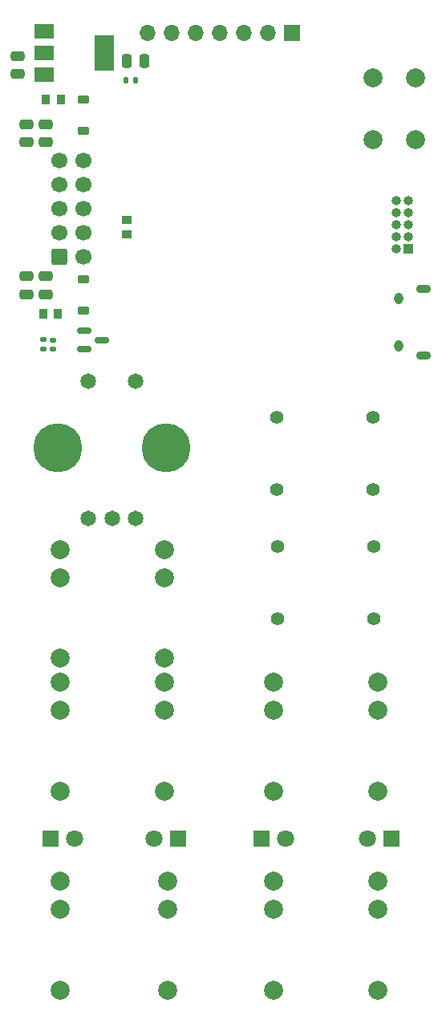
<source format=gbr>
%TF.GenerationSoftware,KiCad,Pcbnew,7.0.2*%
%TF.CreationDate,2025-01-10T16:25:51-06:00*%
%TF.ProjectId,gateDr_mainboard,67617465-4472-45f6-9d61-696e626f6172,rev?*%
%TF.SameCoordinates,Original*%
%TF.FileFunction,Soldermask,Top*%
%TF.FilePolarity,Negative*%
%FSLAX46Y46*%
G04 Gerber Fmt 4.6, Leading zero omitted, Abs format (unit mm)*
G04 Created by KiCad (PCBNEW 7.0.2) date 2025-01-10 16:25:51*
%MOMM*%
%LPD*%
G01*
G04 APERTURE LIST*
G04 Aperture macros list*
%AMRoundRect*
0 Rectangle with rounded corners*
0 $1 Rounding radius*
0 $2 $3 $4 $5 $6 $7 $8 $9 X,Y pos of 4 corners*
0 Add a 4 corners polygon primitive as box body*
4,1,4,$2,$3,$4,$5,$6,$7,$8,$9,$2,$3,0*
0 Add four circle primitives for the rounded corners*
1,1,$1+$1,$2,$3*
1,1,$1+$1,$4,$5*
1,1,$1+$1,$6,$7*
1,1,$1+$1,$8,$9*
0 Add four rect primitives between the rounded corners*
20,1,$1+$1,$2,$3,$4,$5,0*
20,1,$1+$1,$4,$5,$6,$7,0*
20,1,$1+$1,$6,$7,$8,$9,0*
20,1,$1+$1,$8,$9,$2,$3,0*%
G04 Aperture macros list end*
%ADD10R,0.950000X1.000000*%
%ADD11R,1.800000X1.800000*%
%ADD12C,1.800000*%
%ADD13C,1.400000*%
%ADD14R,1.700000X1.700000*%
%ADD15O,1.700000X1.700000*%
%ADD16C,2.000000*%
%ADD17RoundRect,0.150000X-0.587500X-0.150000X0.587500X-0.150000X0.587500X0.150000X-0.587500X0.150000X0*%
%ADD18RoundRect,0.250000X-0.475000X0.250000X-0.475000X-0.250000X0.475000X-0.250000X0.475000X0.250000X0*%
%ADD19R,2.000000X1.500000*%
%ADD20R,2.000000X3.800000*%
%ADD21R,1.000000X0.950000*%
%ADD22RoundRect,0.140000X-0.140000X-0.170000X0.140000X-0.170000X0.140000X0.170000X-0.140000X0.170000X0*%
%ADD23RoundRect,0.250000X-0.250000X-0.475000X0.250000X-0.475000X0.250000X0.475000X-0.250000X0.475000X0*%
%ADD24RoundRect,0.135000X-0.185000X0.135000X-0.185000X-0.135000X0.185000X-0.135000X0.185000X0.135000X0*%
%ADD25C,1.650000*%
%ADD26C,5.161000*%
%ADD27RoundRect,0.250000X0.475000X-0.250000X0.475000X0.250000X-0.475000X0.250000X-0.475000X-0.250000X0*%
%ADD28RoundRect,0.225000X-0.375000X0.225000X-0.375000X-0.225000X0.375000X-0.225000X0.375000X0.225000X0*%
%ADD29RoundRect,0.140000X0.170000X-0.140000X0.170000X0.140000X-0.170000X0.140000X-0.170000X-0.140000X0*%
%ADD30RoundRect,0.250000X-0.600000X-0.600000X0.600000X-0.600000X0.600000X0.600000X-0.600000X0.600000X0*%
%ADD31C,1.700000*%
%ADD32O,1.550000X0.890000*%
%ADD33O,0.950000X1.250000*%
%ADD34R,1.000000X1.000000*%
%ADD35O,1.000000X1.000000*%
G04 APERTURE END LIST*
D10*
%TO.C,FB2*%
X58340000Y-93870000D03*
X56740000Y-93870000D03*
%TD*%
D11*
%TO.C,D6*%
X93540000Y-149220000D03*
D12*
X91000000Y-149220000D03*
%TD*%
D13*
%TO.C,SW2*%
X81460000Y-126030000D03*
X91620000Y-126030000D03*
X81460000Y-118410000D03*
X91620000Y-118410000D03*
%TD*%
%TO.C,SW1*%
X81420000Y-112410000D03*
X91580000Y-112410000D03*
X81420000Y-104790000D03*
X91580000Y-104790000D03*
%TD*%
D14*
%TO.C,J12*%
X83040000Y-64220000D03*
D15*
X80500000Y-64220000D03*
X77960000Y-64220000D03*
X75420000Y-64220000D03*
X72880000Y-64220000D03*
X70340000Y-64220000D03*
X67800000Y-64220000D03*
%TD*%
D11*
%TO.C,D5*%
X79765000Y-149220000D03*
D12*
X82305000Y-149220000D03*
%TD*%
D16*
%TO.C,J10*%
X81040000Y-153720000D03*
X81040000Y-165220000D03*
X81040000Y-156720000D03*
%TD*%
D17*
%TO.C,U3*%
X61102500Y-95680000D03*
X61102500Y-97580000D03*
X62977500Y-96630000D03*
%TD*%
D16*
%TO.C,J11*%
X92040000Y-153720000D03*
X92040000Y-165220000D03*
X92040000Y-156720000D03*
%TD*%
D18*
%TO.C,C6*%
X57040000Y-89920000D03*
X57040000Y-91820000D03*
%TD*%
D16*
%TO.C,J2*%
X58540000Y-132720000D03*
X58540000Y-144220000D03*
X58540000Y-135720000D03*
%TD*%
D19*
%TO.C,U2*%
X56890000Y-64070000D03*
X56890000Y-66370000D03*
D20*
X63190000Y-66370000D03*
D19*
X56890000Y-68670000D03*
%TD*%
D21*
%TO.C,FB3*%
X65540000Y-83920000D03*
X65540000Y-85520000D03*
%TD*%
D11*
%TO.C,D3*%
X57500000Y-149220000D03*
D12*
X60040000Y-149220000D03*
%TD*%
D22*
%TO.C,C10*%
X65530000Y-69220000D03*
X66490000Y-69220000D03*
%TD*%
D16*
%TO.C,J9*%
X69890000Y-153720000D03*
X69890000Y-165220000D03*
X69890000Y-156720000D03*
%TD*%
D23*
%TO.C,C9*%
X65540000Y-67220000D03*
X67440000Y-67220000D03*
%TD*%
D24*
%TO.C,R1*%
X56750000Y-96580000D03*
X56750000Y-97600000D03*
%TD*%
D25*
%TO.C,SW3*%
X61540000Y-100970000D03*
X66540000Y-100970000D03*
X61540000Y-115470000D03*
X66540000Y-115470000D03*
X64040000Y-115470000D03*
D26*
X58340000Y-107970000D03*
X69740000Y-107970000D03*
%TD*%
D10*
%TO.C,FB1*%
X58640000Y-71220000D03*
X57040000Y-71220000D03*
%TD*%
D16*
%TO.C,J6*%
X58540000Y-118720000D03*
X58540000Y-130220000D03*
X58540000Y-121720000D03*
%TD*%
%TO.C,J3*%
X69540000Y-132720000D03*
X69540000Y-144220000D03*
X69540000Y-135720000D03*
%TD*%
D27*
%TO.C,C8*%
X54040000Y-68580000D03*
X54040000Y-66680000D03*
%TD*%
D18*
%TO.C,C4*%
X55040000Y-73870000D03*
X55040000Y-75770000D03*
%TD*%
D11*
%TO.C,D4*%
X71040000Y-149220000D03*
D12*
X68500000Y-149220000D03*
%TD*%
D18*
%TO.C,C7*%
X55040000Y-89920000D03*
X55040000Y-91820000D03*
%TD*%
D16*
%TO.C,J7*%
X69540000Y-118720000D03*
X69540000Y-130220000D03*
X69540000Y-121720000D03*
%TD*%
%TO.C,J4*%
X81040000Y-132720000D03*
X81040000Y-144220000D03*
X81040000Y-135720000D03*
%TD*%
D28*
%TO.C,D2*%
X61040000Y-71220000D03*
X61040000Y-74520000D03*
%TD*%
%TO.C,D1*%
X61040000Y-90220000D03*
X61040000Y-93520000D03*
%TD*%
D16*
%TO.C,J8*%
X58540000Y-153720000D03*
X58540000Y-165220000D03*
X58540000Y-156720000D03*
%TD*%
D18*
%TO.C,C5*%
X57040000Y-73870000D03*
X57040000Y-75770000D03*
%TD*%
D16*
%TO.C,J5*%
X92040000Y-132720000D03*
X92040000Y-144220000D03*
X92040000Y-135720000D03*
%TD*%
D29*
%TO.C,C11*%
X57750000Y-97580000D03*
X57750000Y-96620000D03*
%TD*%
D30*
%TO.C,J1*%
X58500000Y-87840000D03*
D31*
X61040000Y-87840000D03*
X58500000Y-85300000D03*
X61040000Y-85300000D03*
X58500000Y-82760000D03*
X61040000Y-82760000D03*
X58500000Y-80220000D03*
X61040000Y-80220000D03*
X58500000Y-77680000D03*
X61040000Y-77680000D03*
%TD*%
D32*
%TO.C,J14*%
X96950000Y-91250000D03*
D33*
X94250000Y-92250000D03*
X94250000Y-97250000D03*
D32*
X96950000Y-98250000D03*
%TD*%
D34*
%TO.C,J13*%
X95270000Y-87040000D03*
D35*
X94000000Y-87040000D03*
X95270000Y-85770000D03*
X94000000Y-85770000D03*
X95270000Y-84500000D03*
X94000000Y-84500000D03*
X95270000Y-83230000D03*
X94000000Y-83230000D03*
X95270000Y-81960000D03*
X94000000Y-81960000D03*
%TD*%
D16*
%TO.C,SW4*%
X96050000Y-75450000D03*
X96050000Y-68950000D03*
X91550000Y-75450000D03*
X91550000Y-68950000D03*
%TD*%
M02*

</source>
